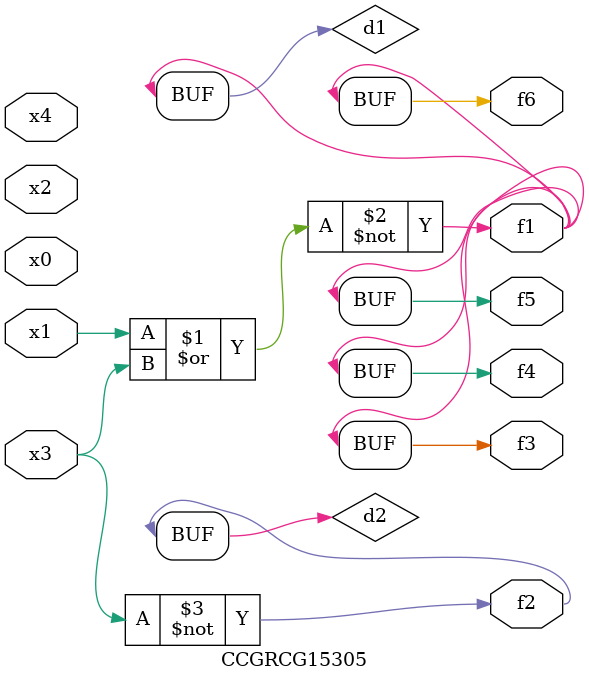
<source format=v>
module CCGRCG15305(
	input x0, x1, x2, x3, x4,
	output f1, f2, f3, f4, f5, f6
);

	wire d1, d2;

	nor (d1, x1, x3);
	not (d2, x3);
	assign f1 = d1;
	assign f2 = d2;
	assign f3 = d1;
	assign f4 = d1;
	assign f5 = d1;
	assign f6 = d1;
endmodule

</source>
